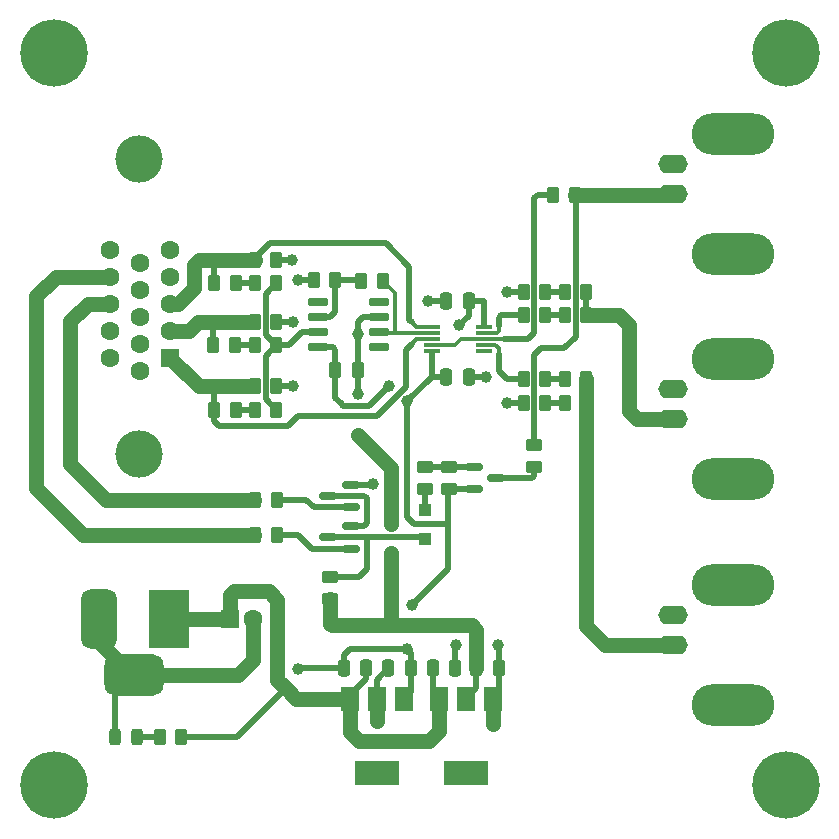
<source format=gtl>
%TF.GenerationSoftware,KiCad,Pcbnew,7.0.2*%
%TF.CreationDate,2023-06-12T01:53:58+02:00*%
%TF.ProjectId,RGB-YPbPr-Converter,5247422d-5950-4625-9072-2d436f6e7665,rev?*%
%TF.SameCoordinates,Original*%
%TF.FileFunction,Copper,L1,Top*%
%TF.FilePolarity,Positive*%
%FSLAX46Y46*%
G04 Gerber Fmt 4.6, Leading zero omitted, Abs format (unit mm)*
G04 Created by KiCad (PCBNEW 7.0.2) date 2023-06-12 01:53:58*
%MOMM*%
%LPD*%
G01*
G04 APERTURE LIST*
G04 Aperture macros list*
%AMRoundRect*
0 Rectangle with rounded corners*
0 $1 Rounding radius*
0 $2 $3 $4 $5 $6 $7 $8 $9 X,Y pos of 4 corners*
0 Add a 4 corners polygon primitive as box body*
4,1,4,$2,$3,$4,$5,$6,$7,$8,$9,$2,$3,0*
0 Add four circle primitives for the rounded corners*
1,1,$1+$1,$2,$3*
1,1,$1+$1,$4,$5*
1,1,$1+$1,$6,$7*
1,1,$1+$1,$8,$9*
0 Add four rect primitives between the rounded corners*
20,1,$1+$1,$2,$3,$4,$5,0*
20,1,$1+$1,$4,$5,$6,$7,0*
20,1,$1+$1,$6,$7,$8,$9,0*
20,1,$1+$1,$8,$9,$2,$3,0*%
G04 Aperture macros list end*
%TA.AperFunction,SMDPad,CuDef*%
%ADD10RoundRect,0.150000X-0.725000X-0.150000X0.725000X-0.150000X0.725000X0.150000X-0.725000X0.150000X0*%
%TD*%
%TA.AperFunction,SMDPad,CuDef*%
%ADD11RoundRect,0.250000X0.450000X-0.262500X0.450000X0.262500X-0.450000X0.262500X-0.450000X-0.262500X0*%
%TD*%
%TA.AperFunction,SMDPad,CuDef*%
%ADD12RoundRect,0.250000X0.262500X0.450000X-0.262500X0.450000X-0.262500X-0.450000X0.262500X-0.450000X0*%
%TD*%
%TA.AperFunction,SMDPad,CuDef*%
%ADD13R,1.400000X0.300000*%
%TD*%
%TA.AperFunction,SMDPad,CuDef*%
%ADD14RoundRect,0.250000X-0.262500X-0.450000X0.262500X-0.450000X0.262500X0.450000X-0.262500X0.450000X0*%
%TD*%
%TA.AperFunction,ComponentPad*%
%ADD15O,2.500000X1.600000*%
%TD*%
%TA.AperFunction,ComponentPad*%
%ADD16O,7.000000X3.500000*%
%TD*%
%TA.AperFunction,ComponentPad*%
%ADD17R,1.600000X1.600000*%
%TD*%
%TA.AperFunction,ComponentPad*%
%ADD18C,1.600000*%
%TD*%
%TA.AperFunction,SMDPad,CuDef*%
%ADD19R,1.000000X1.000000*%
%TD*%
%TA.AperFunction,SMDPad,CuDef*%
%ADD20RoundRect,0.250000X-0.450000X0.262500X-0.450000X-0.262500X0.450000X-0.262500X0.450000X0.262500X0*%
%TD*%
%TA.AperFunction,SMDPad,CuDef*%
%ADD21RoundRect,0.250000X-0.250000X-0.475000X0.250000X-0.475000X0.250000X0.475000X-0.250000X0.475000X0*%
%TD*%
%TA.AperFunction,SMDPad,CuDef*%
%ADD22R,1.500000X2.000000*%
%TD*%
%TA.AperFunction,SMDPad,CuDef*%
%ADD23R,3.800000X2.000000*%
%TD*%
%TA.AperFunction,SMDPad,CuDef*%
%ADD24RoundRect,0.150000X-0.587500X-0.150000X0.587500X-0.150000X0.587500X0.150000X-0.587500X0.150000X0*%
%TD*%
%TA.AperFunction,SMDPad,CuDef*%
%ADD25RoundRect,0.250000X0.250000X0.475000X-0.250000X0.475000X-0.250000X-0.475000X0.250000X-0.475000X0*%
%TD*%
%TA.AperFunction,SMDPad,CuDef*%
%ADD26RoundRect,0.150000X0.587500X0.150000X-0.587500X0.150000X-0.587500X-0.150000X0.587500X-0.150000X0*%
%TD*%
%TA.AperFunction,ComponentPad*%
%ADD27C,5.700000*%
%TD*%
%TA.AperFunction,ComponentPad*%
%ADD28C,4.000000*%
%TD*%
%TA.AperFunction,SMDPad,CuDef*%
%ADD29RoundRect,0.243750X-0.243750X-0.456250X0.243750X-0.456250X0.243750X0.456250X-0.243750X0.456250X0*%
%TD*%
%TA.AperFunction,ComponentPad*%
%ADD30R,3.500000X5.000000*%
%TD*%
%TA.AperFunction,ComponentPad*%
%ADD31RoundRect,0.750000X-0.750000X-1.750000X0.750000X-1.750000X0.750000X1.750000X-0.750000X1.750000X0*%
%TD*%
%TA.AperFunction,ComponentPad*%
%ADD32RoundRect,0.875000X-1.625000X-0.875000X1.625000X-0.875000X1.625000X0.875000X-1.625000X0.875000X0*%
%TD*%
%TA.AperFunction,ViaPad*%
%ADD33C,1.000000*%
%TD*%
%TA.AperFunction,Conductor*%
%ADD34C,0.500000*%
%TD*%
%TA.AperFunction,Conductor*%
%ADD35C,1.300000*%
%TD*%
%TA.AperFunction,Conductor*%
%ADD36C,0.300000*%
%TD*%
G04 APERTURE END LIST*
D10*
%TO.P,U5,1,NULL_2*%
%TO.N,unconnected-(U5-NULL_2-Pad1)*%
X126375000Y-125095000D03*
%TO.P,U5,2,-IN*%
%TO.N,/FB*%
X126375000Y-126365000D03*
%TO.P,U5,3,+IN*%
%TO.N,/YSUM*%
X126375000Y-127635000D03*
%TO.P,U5,4,-VS*%
%TO.N,-5V*%
X126375000Y-128905000D03*
%TO.P,U5,5,NC*%
%TO.N,unconnected-(U5-NC-Pad5)*%
X131525000Y-128905000D03*
%TO.P,U5,6,OUT*%
%TO.N,/YAMP*%
X131525000Y-127635000D03*
%TO.P,U5,7,+VS*%
%TO.N,+5V*%
X131525000Y-126365000D03*
%TO.P,U5,8,NULL*%
%TO.N,unconnected-(U5-NULL-Pad8)*%
X131525000Y-125095000D03*
%TD*%
D11*
%TO.P,R20,1*%
%TO.N,Net-(Q3-C)*%
X144700000Y-139012500D03*
%TO.P,R20,2*%
%TO.N,/Y*%
X144700000Y-137187500D03*
%TD*%
D12*
%TO.P,R28,1*%
%TO.N,Net-(R27-Pad2)*%
X145612500Y-124200000D03*
%TO.P,R28,2*%
%TO.N,GND*%
X143787500Y-124200000D03*
%TD*%
D13*
%TO.P,U4,1,IN1*%
%TO.N,/B*%
X136000000Y-127200000D03*
%TO.P,U4,2,IN2*%
%TO.N,/YAMP*%
X136000000Y-127700000D03*
%TO.P,U4,3,IN3*%
%TO.N,/R*%
X136000000Y-128200000D03*
%TO.P,U4,4,GND*%
%TO.N,/Y_OUT*%
X136000000Y-128700000D03*
%TO.P,U4,5,VEE*%
%TO.N,-5V*%
X136000000Y-129200000D03*
%TO.P,U4,6*%
%TO.N,N/C*%
X140400000Y-129200000D03*
%TO.P,U4,7,OUT3*%
%TO.N,/Pr_OUT*%
X140400000Y-128700000D03*
%TO.P,U4,8,OUT2*%
%TO.N,/Y_OUT*%
X140400000Y-128200000D03*
%TO.P,U4,9,OUT1*%
%TO.N,/Pb_OUT*%
X140400000Y-127700000D03*
%TO.P,U4,10,VCC*%
%TO.N,+5V*%
X140400000Y-127200000D03*
%TD*%
D11*
%TO.P,R15,1*%
%TO.N,Net-(D2-A)*%
X135400000Y-140912500D03*
%TO.P,R15,2*%
%TO.N,Net-(Q3-B)*%
X135400000Y-139087500D03*
%TD*%
D14*
%TO.P,R10,1*%
%TO.N,/G*%
X117520195Y-128750000D03*
%TO.P,R10,2*%
%TO.N,Net-(R10-Pad2)*%
X119345195Y-128750000D03*
%TD*%
%TO.P,R4,1*%
%TO.N,/V_SYNC*%
X121087500Y-144797257D03*
%TO.P,R4,2*%
%TO.N,/V_R*%
X122912500Y-144797257D03*
%TD*%
%TO.P,R9,1*%
%TO.N,/R*%
X117587500Y-134221951D03*
%TO.P,R9,2*%
%TO.N,Net-(R12-Pad1)*%
X119412500Y-134221951D03*
%TD*%
D15*
%TO.P,J3,1,In*%
%TO.N,/Pb*%
X156410997Y-135000000D03*
D16*
%TO.P,J3,2,Ext*%
%TO.N,GND*%
X161490997Y-129920000D03*
D15*
X156410997Y-132460000D03*
D16*
X161490997Y-140080000D03*
%TD*%
D17*
%TO.P,C1,1*%
%TO.N,/VIN*%
X118900000Y-151950000D03*
D18*
%TO.P,C1,2*%
%TO.N,-5V*%
X120900000Y-151950000D03*
%TD*%
D14*
%TO.P,R25,1*%
%TO.N,Net-(R21-Pad2)*%
X147287500Y-126200000D03*
%TO.P,R25,2*%
%TO.N,/Pb*%
X149112500Y-126200000D03*
%TD*%
D19*
%TO.P,D2,1,K*%
%TO.N,Net-(D2-K)*%
X135400000Y-145150000D03*
%TO.P,D2,2,A*%
%TO.N,Net-(D2-A)*%
X135400000Y-142650000D03*
%TD*%
D20*
%TO.P,R17,1*%
%TO.N,Net-(Q3-B)*%
X137500000Y-139087500D03*
%TO.P,R17,2*%
%TO.N,-5V*%
X137500000Y-140912500D03*
%TD*%
D15*
%TO.P,J5,1,In*%
%TO.N,/Pr*%
X156410997Y-154080000D03*
D16*
%TO.P,J5,2,Ext*%
%TO.N,GND*%
X161490997Y-149000000D03*
D15*
X156410997Y-151540000D03*
D16*
X161490997Y-159160000D03*
%TD*%
D14*
%TO.P,R16,1*%
%TO.N,GND*%
X126037500Y-123250000D03*
%TO.P,R16,2*%
%TO.N,/FB*%
X127862500Y-123250000D03*
%TD*%
D21*
%TO.P,C4,1*%
%TO.N,+5V*%
X139800000Y-156100000D03*
%TO.P,C4,2*%
%TO.N,GND*%
X141700000Y-156100000D03*
%TD*%
D22*
%TO.P,U1,1,GND*%
%TO.N,-5V*%
X133692267Y-158650000D03*
%TO.P,U1,2,VO*%
%TO.N,GND*%
X131392267Y-158650000D03*
%TO.P,U1,3,VI*%
%TO.N,/VIN*%
X129092267Y-158650000D03*
D23*
%TO.P,U1,4*%
%TO.N,N/C*%
X131392267Y-164950000D03*
%TD*%
D14*
%TO.P,R23,1*%
%TO.N,/Pr_OUT*%
X143787500Y-131600000D03*
%TO.P,R23,2*%
%TO.N,Net-(R23-Pad2)*%
X145612500Y-131600000D03*
%TD*%
%TO.P,R7,1*%
%TO.N,/R*%
X121031250Y-132228201D03*
%TO.P,R7,2*%
%TO.N,GND*%
X122856250Y-132228201D03*
%TD*%
D24*
%TO.P,Q3,1,B*%
%TO.N,Net-(Q3-B)*%
X139562500Y-139050000D03*
%TO.P,Q3,2,E*%
%TO.N,-5V*%
X139562500Y-140950000D03*
%TO.P,Q3,3,C*%
%TO.N,Net-(Q3-C)*%
X141437500Y-140000000D03*
%TD*%
D14*
%TO.P,R22,1*%
%TO.N,/Y_OUT*%
X146287500Y-116000000D03*
%TO.P,R22,2*%
%TO.N,/Y*%
X148112500Y-116000000D03*
%TD*%
D25*
%TO.P,C9,1*%
%TO.N,GND*%
X139150000Y-131400000D03*
%TO.P,C9,2*%
%TO.N,-5V*%
X137250000Y-131400000D03*
%TD*%
D14*
%TO.P,R24,1*%
%TO.N,Net-(D3-A)*%
X112987500Y-161900000D03*
%TO.P,R24,2*%
%TO.N,/VIN*%
X114812500Y-161900000D03*
%TD*%
D26*
%TO.P,Q2,1,B*%
%TO.N,/H_R*%
X129137500Y-142450000D03*
%TO.P,Q2,2,E*%
%TO.N,GND*%
X129137500Y-140550000D03*
%TO.P,Q2,3,C*%
%TO.N,Net-(Q1-E)*%
X127262500Y-141500000D03*
%TD*%
D22*
%TO.P,U2,1,GND*%
%TO.N,GND*%
X141200000Y-158650000D03*
%TO.P,U2,2,VO*%
%TO.N,+5V*%
X138900000Y-158650000D03*
%TO.P,U2,3,VI*%
%TO.N,/VIN*%
X136600000Y-158650000D03*
D23*
%TO.P,U2,4*%
%TO.N,N/C*%
X138900000Y-164950000D03*
%TD*%
D21*
%TO.P,C6,1*%
%TO.N,/VIN*%
X136100000Y-156100000D03*
%TO.P,C6,2*%
%TO.N,GND*%
X138000000Y-156100000D03*
%TD*%
D14*
%TO.P,R5,1*%
%TO.N,/H_SYNC*%
X121087500Y-141800000D03*
%TO.P,R5,2*%
%TO.N,/H_R*%
X122912500Y-141800000D03*
%TD*%
D27*
%TO.P,H2,1,1*%
%TO.N,GND*%
X166000000Y-104000000D03*
%TD*%
D28*
%TO.P,J2,0*%
%TO.N,GND*%
X111245331Y-112985000D03*
X111245331Y-137985000D03*
D17*
%TO.P,J2,1*%
%TO.N,/R*%
X113855331Y-129800000D03*
D18*
%TO.P,J2,2*%
%TO.N,/G*%
X113855331Y-127510000D03*
%TO.P,J2,3*%
%TO.N,/B*%
X113855331Y-125220000D03*
%TO.P,J2,4*%
%TO.N,unconnected-(J2-Pad4)*%
X113855331Y-122930000D03*
%TO.P,J2,5*%
%TO.N,GND*%
X113855331Y-120640000D03*
%TO.P,J2,6*%
X111315331Y-130945000D03*
%TO.P,J2,7*%
X111315331Y-128655000D03*
%TO.P,J2,8*%
X111315331Y-126365000D03*
%TO.P,J2,9*%
%TO.N,unconnected-(J2-Pad9)*%
X111315331Y-124075000D03*
%TO.P,J2,10*%
%TO.N,GND*%
X111315331Y-121785000D03*
%TO.P,J2,11*%
%TO.N,unconnected-(J2-Pad11)*%
X108775331Y-129800000D03*
%TO.P,J2,12*%
%TO.N,unconnected-(J2-Pad12)*%
X108775331Y-127510000D03*
%TO.P,J2,13*%
%TO.N,/H_SYNC*%
X108775331Y-125220000D03*
%TO.P,J2,14*%
%TO.N,/V_SYNC*%
X108775331Y-122930000D03*
%TO.P,J2,15*%
%TO.N,unconnected-(J2-Pad15)*%
X108775331Y-120640000D03*
%TD*%
D27*
%TO.P,H1,1,1*%
%TO.N,GND*%
X104000000Y-104000000D03*
%TD*%
D12*
%TO.P,R27,1*%
%TO.N,/Pb*%
X149112500Y-124200000D03*
%TO.P,R27,2*%
%TO.N,Net-(R27-Pad2)*%
X147287500Y-124200000D03*
%TD*%
D21*
%TO.P,C3,1*%
%TO.N,GND*%
X132342267Y-156100000D03*
%TO.P,C3,2*%
%TO.N,-5V*%
X134242267Y-156100000D03*
%TD*%
D12*
%TO.P,R29,1*%
%TO.N,/Pr*%
X149112500Y-133600000D03*
%TO.P,R29,2*%
%TO.N,Net-(R29-Pad2)*%
X147287500Y-133600000D03*
%TD*%
D14*
%TO.P,R19,1*%
%TO.N,/FB*%
X130037500Y-123300000D03*
%TO.P,R19,2*%
%TO.N,/YAMP*%
X131862500Y-123300000D03*
%TD*%
D25*
%TO.P,C8,1*%
%TO.N,+5V*%
X139150000Y-125000000D03*
%TO.P,C8,2*%
%TO.N,GND*%
X137250000Y-125000000D03*
%TD*%
D12*
%TO.P,R30,1*%
%TO.N,Net-(R29-Pad2)*%
X145612500Y-133600000D03*
%TO.P,R30,2*%
%TO.N,GND*%
X143787500Y-133600000D03*
%TD*%
D14*
%TO.P,R11,1*%
%TO.N,/B*%
X117587500Y-123502003D03*
%TO.P,R11,2*%
%TO.N,Net-(R11-Pad2)*%
X119412500Y-123502003D03*
%TD*%
%TO.P,R6,1*%
%TO.N,/G*%
X121031250Y-126756250D03*
%TO.P,R6,2*%
%TO.N,GND*%
X122856250Y-126756250D03*
%TD*%
D29*
%TO.P,D3,1,K*%
%TO.N,-5V*%
X109162500Y-161900000D03*
%TO.P,D3,2,A*%
%TO.N,Net-(D3-A)*%
X111037500Y-161900000D03*
%TD*%
D26*
%TO.P,Q1,1,B*%
%TO.N,/V_R*%
X129137500Y-145950000D03*
%TO.P,Q1,2,E*%
%TO.N,Net-(Q1-E)*%
X129137500Y-144050000D03*
%TO.P,Q1,3,C*%
%TO.N,Net-(D2-K)*%
X127262500Y-145000000D03*
%TD*%
D14*
%TO.P,R13,1*%
%TO.N,Net-(R10-Pad2)*%
X121037500Y-128750000D03*
%TO.P,R13,2*%
%TO.N,/YSUM*%
X122862500Y-128750000D03*
%TD*%
%TO.P,R21,1*%
%TO.N,/Pb_OUT*%
X143787500Y-126200000D03*
%TO.P,R21,2*%
%TO.N,Net-(R21-Pad2)*%
X145612500Y-126200000D03*
%TD*%
%TO.P,R26,1*%
%TO.N,Net-(R23-Pad2)*%
X147287500Y-131600000D03*
%TO.P,R26,2*%
%TO.N,/Pr*%
X149112500Y-131600000D03*
%TD*%
%TO.P,R12,1*%
%TO.N,Net-(R12-Pad1)*%
X121037500Y-134221951D03*
%TO.P,R12,2*%
%TO.N,/YSUM*%
X122862500Y-134221951D03*
%TD*%
D25*
%TO.P,C5,1*%
%TO.N,+5V*%
X129750000Y-130800000D03*
%TO.P,C5,2*%
%TO.N,-5V*%
X127850000Y-130800000D03*
%TD*%
D27*
%TO.P,H4,1,1*%
%TO.N,GND*%
X166000000Y-166000000D03*
%TD*%
D14*
%TO.P,R14,1*%
%TO.N,Net-(R11-Pad2)*%
X121037500Y-123500000D03*
%TO.P,R14,2*%
%TO.N,/YSUM*%
X122862500Y-123500000D03*
%TD*%
%TO.P,R3,1*%
%TO.N,/B*%
X121031250Y-121506250D03*
%TO.P,R3,2*%
%TO.N,GND*%
X122856250Y-121506250D03*
%TD*%
D27*
%TO.P,H3,1,1*%
%TO.N,GND*%
X104000000Y-166000000D03*
%TD*%
D25*
%TO.P,C2,1*%
%TO.N,/VIN*%
X130442267Y-156100000D03*
%TO.P,C2,2*%
%TO.N,-5V*%
X128542267Y-156100000D03*
%TD*%
D30*
%TO.P,J1,1*%
%TO.N,/VIN*%
X113800000Y-151940691D03*
D31*
%TO.P,J1,2*%
%TO.N,-5V*%
X107800000Y-151940691D03*
D32*
%TO.P,J1,3*%
X110800000Y-156640691D03*
%TD*%
D11*
%TO.P,R8,1*%
%TO.N,+5V*%
X127400000Y-150212500D03*
%TO.P,R8,2*%
%TO.N,Net-(D2-K)*%
X127400000Y-148387500D03*
%TD*%
D15*
%TO.P,J4,1,In*%
%TO.N,/Y*%
X156410997Y-115950000D03*
D16*
%TO.P,J4,2,Ext*%
%TO.N,GND*%
X161490997Y-110870000D03*
D15*
X156410997Y-113410000D03*
D16*
X161490997Y-121030000D03*
%TD*%
D33*
%TO.N,GND*%
X124300000Y-132200000D03*
%TO.N,+5V*%
X138350000Y-127050000D03*
X129800000Y-127750000D03*
%TO.N,-5V*%
X134300000Y-150750000D03*
X133900000Y-154450000D03*
X120900000Y-155350000D03*
X124650000Y-156150000D03*
%TO.N,GND*%
X141600000Y-154150000D03*
%TO.N,+5V*%
X132600000Y-143900000D03*
X132600000Y-146350000D03*
%TO.N,GND*%
X138050000Y-154150000D03*
X131400000Y-160550000D03*
X141200000Y-160800000D03*
%TO.N,-5V*%
X132400000Y-132150000D03*
X133900000Y-133500000D03*
%TO.N,+5V*%
X129800000Y-136300000D03*
X129750000Y-132850000D03*
%TO.N,GND*%
X124700000Y-123200000D03*
X140600000Y-131400000D03*
X142400000Y-124200000D03*
X135700000Y-125000000D03*
X142400000Y-133600000D03*
X124243750Y-126756250D03*
X131000000Y-140500000D03*
X124200000Y-121500000D03*
%TD*%
D34*
%TO.N,GND*%
X124300000Y-132206402D02*
X124300000Y-132200000D01*
X124278201Y-132228201D02*
X124300000Y-132206402D01*
%TO.N,+5V*%
X129750000Y-127800000D02*
X129750000Y-130800000D01*
X129800000Y-127750000D02*
X129800000Y-126750000D01*
X129800000Y-127750000D02*
X129750000Y-127800000D01*
X129800000Y-126750000D02*
X130185000Y-126365000D01*
X130185000Y-126365000D02*
X131525000Y-126365000D01*
X139150000Y-126250000D02*
X138350000Y-127050000D01*
X139150000Y-125000000D02*
X139150000Y-126250000D01*
%TO.N,-5V*%
X137500000Y-140912500D02*
X137400000Y-141012500D01*
X137400000Y-141012500D02*
X137400000Y-143900000D01*
X137400000Y-147650000D02*
X137400000Y-143900000D01*
X134300000Y-150750000D02*
X137400000Y-147650000D01*
X124700000Y-156100000D02*
X124650000Y-156150000D01*
X128542267Y-156100000D02*
X124700000Y-156100000D01*
%TO.N,/VIN*%
X119550000Y-161900000D02*
X123650000Y-157800000D01*
X114812500Y-161900000D02*
X119550000Y-161900000D01*
D35*
X123650000Y-157800000D02*
X124500000Y-158650000D01*
X122950000Y-157100000D02*
X123650000Y-157800000D01*
X124500000Y-158650000D02*
X129092267Y-158650000D01*
X122950000Y-150300000D02*
X122950000Y-157100000D01*
X122200000Y-149550000D02*
X122950000Y-150300000D01*
X119250000Y-149550000D02*
X122200000Y-149550000D01*
X118900000Y-149900000D02*
X119250000Y-149550000D01*
X118900000Y-151950000D02*
X118900000Y-149900000D01*
D34*
%TO.N,-5V*%
X128542267Y-154957733D02*
X128542267Y-156100000D01*
X129050000Y-154450000D02*
X128542267Y-154957733D01*
X134242267Y-154792267D02*
X133900000Y-154450000D01*
X134242267Y-156100000D02*
X134242267Y-154792267D01*
X133900000Y-154450000D02*
X129050000Y-154450000D01*
%TO.N,GND*%
X141700000Y-154250000D02*
X141600000Y-154150000D01*
X141700000Y-156100000D02*
X141700000Y-154250000D01*
D35*
%TO.N,/VIN*%
X136600000Y-161400000D02*
X136600000Y-158650000D01*
X129850000Y-162250000D02*
X135750000Y-162250000D01*
X135750000Y-162250000D02*
X136600000Y-161400000D01*
X129092267Y-161492267D02*
X129850000Y-162250000D01*
X129092267Y-158650000D02*
X129092267Y-161492267D01*
%TO.N,+5V*%
X132600000Y-139100000D02*
X132600000Y-143900000D01*
X129800000Y-136300000D02*
X132600000Y-139100000D01*
X132600000Y-152450000D02*
X132600000Y-146350000D01*
X132600000Y-152450000D02*
X127550000Y-152450000D01*
X139400000Y-152450000D02*
X132600000Y-152450000D01*
X127550000Y-152450000D02*
X127400000Y-152300000D01*
X127400000Y-152300000D02*
X127400000Y-150212500D01*
X139800000Y-152850000D02*
X139400000Y-152450000D01*
X139800000Y-156100000D02*
X139800000Y-152850000D01*
D34*
%TO.N,GND*%
X138000000Y-154200000D02*
X138050000Y-154150000D01*
X138000000Y-156100000D02*
X138000000Y-154200000D01*
D35*
X131392267Y-160542267D02*
X131400000Y-160550000D01*
X131392267Y-158650000D02*
X131392267Y-160542267D01*
X141200000Y-158650000D02*
X141200000Y-160800000D01*
D36*
%TO.N,/YAMP*%
X132900000Y-127700000D02*
X132900000Y-124337500D01*
X132900000Y-124337500D02*
X131862500Y-123300000D01*
D34*
%TO.N,/B*%
X121031250Y-121368750D02*
X121031250Y-121506250D01*
X132100000Y-120100000D02*
X122300000Y-120100000D01*
X134100000Y-126600000D02*
X134100000Y-122100000D01*
X134100000Y-122100000D02*
X132100000Y-120100000D01*
X122300000Y-120100000D02*
X121031250Y-121368750D01*
X134300000Y-126800000D02*
X134100000Y-126600000D01*
%TO.N,+5V*%
X129750000Y-130800000D02*
X129750000Y-132850000D01*
%TO.N,-5V*%
X130700000Y-133850000D02*
X132400000Y-132150000D01*
X128300000Y-133650000D02*
X128500000Y-133850000D01*
X127850000Y-133200000D02*
X128300000Y-133650000D01*
X128500000Y-133850000D02*
X130150000Y-133850000D01*
X127850000Y-130800000D02*
X127850000Y-133200000D01*
X130150000Y-133850000D02*
X130700000Y-133850000D01*
%TO.N,/R*%
X118000000Y-135550000D02*
X117587500Y-135137500D01*
X123800000Y-135550000D02*
X118000000Y-135550000D01*
X133800000Y-132250000D02*
X131350000Y-134700000D01*
X124650000Y-134700000D02*
X123800000Y-135550000D01*
X134300000Y-128600000D02*
X133800000Y-129100000D01*
X133800000Y-129100000D02*
X133800000Y-132250000D01*
X131350000Y-134700000D02*
X124650000Y-134700000D01*
X117587500Y-135137500D02*
X117587500Y-134221951D01*
%TO.N,-5V*%
X134500000Y-143900000D02*
X137400000Y-143900000D01*
%TO.N,GND*%
X141700000Y-158150000D02*
X141200000Y-158650000D01*
X141700000Y-156100000D02*
X141700000Y-158150000D01*
%TO.N,+5V*%
X139800000Y-157750000D02*
X138900000Y-158650000D01*
X139800000Y-156100000D02*
X139800000Y-157750000D01*
%TO.N,/VIN*%
X136100000Y-158150000D02*
X136600000Y-158650000D01*
X136100000Y-156100000D02*
X136100000Y-158150000D01*
X129092267Y-158357733D02*
X129092267Y-158650000D01*
X130442267Y-157007733D02*
X129092267Y-158357733D01*
X130442267Y-156100000D02*
X130442267Y-157007733D01*
%TO.N,-5V*%
X133692267Y-158650000D02*
X134242267Y-158100000D01*
X134242267Y-158100000D02*
X134242267Y-156100000D01*
D35*
X107800000Y-153900000D02*
X107800000Y-151940691D01*
X110540691Y-156640691D02*
X107800000Y-153900000D01*
X110800000Y-156640691D02*
X110540691Y-156640691D01*
X119609309Y-156640691D02*
X120900000Y-155350000D01*
X110800000Y-156640691D02*
X119609309Y-156640691D01*
X120900000Y-155350000D02*
X120900000Y-151950000D01*
%TO.N,/VIN*%
X113809309Y-151950000D02*
X113800000Y-151940691D01*
X118900000Y-151950000D02*
X113809309Y-151950000D01*
%TO.N,-5V*%
X107800000Y-151940691D02*
X107800000Y-153640691D01*
D34*
X109162500Y-161900000D02*
X109162500Y-158278191D01*
X109162500Y-158278191D02*
X110800000Y-156640691D01*
%TO.N,GND*%
X124278201Y-132228201D02*
X122856250Y-132228201D01*
X124750000Y-123250000D02*
X124700000Y-123200000D01*
X126037500Y-123250000D02*
X124750000Y-123250000D01*
D36*
%TO.N,/YAMP*%
X132900000Y-127700000D02*
X131590000Y-127700000D01*
X136000000Y-127700000D02*
X132900000Y-127700000D01*
D34*
%TO.N,/FB*%
X129987500Y-123250000D02*
X130037500Y-123300000D01*
X127862500Y-123250000D02*
X129987500Y-123250000D01*
X127862500Y-125937500D02*
X127862500Y-123250000D01*
X127435000Y-126365000D02*
X127862500Y-125937500D01*
X126375000Y-126365000D02*
X127435000Y-126365000D01*
D36*
%TO.N,/YAMP*%
X131590000Y-127700000D02*
X131525000Y-127635000D01*
D34*
%TO.N,-5V*%
X127850000Y-129100000D02*
X127850000Y-130800000D01*
X127655000Y-128905000D02*
X127850000Y-129100000D01*
X126375000Y-128905000D02*
X127655000Y-128905000D01*
%TO.N,/YSUM*%
X123950000Y-128750000D02*
X125065000Y-127635000D01*
X125065000Y-127635000D02*
X126375000Y-127635000D01*
X122862500Y-128750000D02*
X123950000Y-128750000D01*
%TO.N,GND*%
X131392267Y-157050000D02*
X132342267Y-156100000D01*
%TO.N,+5V*%
X140400000Y-125000000D02*
X139150000Y-125000000D01*
X140400000Y-125000000D02*
X140400000Y-127100489D01*
%TO.N,GND*%
X131392267Y-158650000D02*
X131392267Y-157050000D01*
X129137500Y-140550000D02*
X130950000Y-140550000D01*
X130950000Y-140550000D02*
X131000000Y-140500000D01*
X124193750Y-121506250D02*
X124200000Y-121500000D01*
X137250000Y-125000000D02*
X135700000Y-125000000D01*
X143787500Y-124200000D02*
X142400000Y-124200000D01*
X122856250Y-126756250D02*
X124243750Y-126756250D01*
X143787500Y-133600000D02*
X142400000Y-133600000D01*
X139150000Y-131400000D02*
X140600000Y-131400000D01*
X122856250Y-121506250D02*
X124193750Y-121506250D01*
%TO.N,-5V*%
X133900000Y-143300000D02*
X133900000Y-133500000D01*
X139562500Y-140950000D02*
X137537500Y-140950000D01*
X137250000Y-131400000D02*
X136000000Y-131400000D01*
X133900000Y-133500000D02*
X136000000Y-131400000D01*
X137537500Y-140950000D02*
X137500000Y-140912500D01*
X136000000Y-131400000D02*
X136000000Y-129300000D01*
X134500000Y-143900000D02*
X133900000Y-143300000D01*
D35*
%TO.N,/Pr*%
X149112500Y-152512500D02*
X150680000Y-154080000D01*
X149112500Y-133600000D02*
X149112500Y-152512500D01*
X149112500Y-131600000D02*
X149112500Y-133600000D01*
X150680000Y-154080000D02*
X156410997Y-154080000D01*
D34*
%TO.N,/Y*%
X144700000Y-129600000D02*
X145300000Y-129000000D01*
X148200000Y-116087500D02*
X148112500Y-116000000D01*
X144700000Y-137187500D02*
X144700000Y-129600000D01*
D35*
X148112500Y-116000000D02*
X156360997Y-116000000D01*
X156360997Y-116000000D02*
X156410997Y-115950000D01*
D34*
X147200000Y-129000000D02*
X148200000Y-128000000D01*
X145300000Y-129000000D02*
X147200000Y-129000000D01*
X148200000Y-128000000D02*
X148200000Y-116087500D01*
D35*
%TO.N,/B*%
X113855331Y-125220000D02*
X114530000Y-125220000D01*
D34*
X117587500Y-123502003D02*
X117587500Y-121612500D01*
D35*
X116343750Y-121506250D02*
X117693750Y-121506250D01*
X117693750Y-121506250D02*
X121031250Y-121506250D01*
X115900000Y-123850000D02*
X115900000Y-121950000D01*
X115900000Y-121950000D02*
X116343750Y-121506250D01*
D36*
X134700000Y-127200000D02*
X136000000Y-127200000D01*
D35*
X114530000Y-125220000D02*
X115900000Y-123850000D01*
D36*
X134300000Y-126800000D02*
X134700000Y-127200000D01*
D34*
X117587500Y-121612500D02*
X117693750Y-121506250D01*
%TO.N,/G*%
X117520195Y-127070195D02*
X117206250Y-126756250D01*
X117520195Y-128750000D02*
X117520195Y-127070195D01*
D35*
X120893750Y-126756250D02*
X117206250Y-126756250D01*
X116243750Y-126756250D02*
X115490000Y-127510000D01*
X115490000Y-127510000D02*
X113855331Y-127510000D01*
X117206250Y-126756250D02*
X116243750Y-126756250D01*
D34*
%TO.N,/R*%
X117587500Y-134221951D02*
X117587500Y-132484451D01*
X117587500Y-132484451D02*
X117843750Y-132228201D01*
D36*
X134700000Y-128200000D02*
X134300000Y-128600000D01*
D35*
X117843750Y-132228201D02*
X116283532Y-132228201D01*
D36*
X136000000Y-128200000D02*
X134700000Y-128200000D01*
D35*
X117843750Y-132228201D02*
X120893750Y-132228201D01*
X116283532Y-132228201D02*
X113855331Y-129800000D01*
%TO.N,/Pb*%
X151900000Y-126200000D02*
X149250000Y-126200000D01*
D34*
X149112500Y-124200000D02*
X149112500Y-126200000D01*
D35*
X156410997Y-135000000D02*
X153400000Y-135000000D01*
X152700000Y-134300000D02*
X152700000Y-127000000D01*
X153400000Y-135000000D02*
X152700000Y-134300000D01*
X152700000Y-127000000D02*
X151900000Y-126200000D01*
D34*
%TO.N,Net-(D2-K)*%
X135250000Y-145000000D02*
X135400000Y-145150000D01*
X130500000Y-145000000D02*
X135250000Y-145000000D01*
X129812500Y-148387500D02*
X130500000Y-147700000D01*
X127262500Y-145000000D02*
X130500000Y-145000000D01*
X130500000Y-147700000D02*
X130500000Y-145000000D01*
X127400000Y-148387500D02*
X129812500Y-148387500D01*
%TO.N,Net-(D2-A)*%
X135400000Y-142650000D02*
X135400000Y-140912500D01*
%TO.N,/YSUM*%
X121943750Y-129668750D02*
X122862500Y-128750000D01*
X122862500Y-134221951D02*
X121943750Y-133303201D01*
X121943750Y-127831250D02*
X121943750Y-124418750D01*
X122862500Y-128750000D02*
X121943750Y-127831250D01*
X121943750Y-124418750D02*
X122862500Y-123500000D01*
X121943750Y-133303201D02*
X121943750Y-129668750D01*
D36*
%TO.N,/Pr_OUT*%
X141700000Y-129000000D02*
X141400000Y-128700000D01*
D34*
X141700000Y-129500000D02*
X141700000Y-130900000D01*
X141700000Y-130900000D02*
X142400000Y-131600000D01*
X142400000Y-131600000D02*
X143787500Y-131600000D01*
D36*
X141700000Y-129500000D02*
X141700000Y-129000000D01*
X141400000Y-128700000D02*
X140400000Y-128700000D01*
%TO.N,/Y_OUT*%
X140400000Y-128200000D02*
X142100000Y-128200000D01*
D34*
X144200000Y-128200000D02*
X144700000Y-127700000D01*
D36*
X138500000Y-128200000D02*
X140400000Y-128200000D01*
D34*
X145000000Y-116000000D02*
X146287500Y-116000000D01*
X142100000Y-128200000D02*
X144200000Y-128200000D01*
X144700000Y-127700000D02*
X144700000Y-116300000D01*
D36*
X136000000Y-128700000D02*
X138000000Y-128700000D01*
X138000000Y-128700000D02*
X138500000Y-128200000D01*
D34*
X144700000Y-116300000D02*
X145000000Y-116000000D01*
%TO.N,/Pb_OUT*%
X141700000Y-126400000D02*
X141700000Y-127100000D01*
D36*
X141400000Y-127700000D02*
X141500000Y-127700000D01*
D34*
X141900000Y-126200000D02*
X141700000Y-126400000D01*
D36*
X140400000Y-127700000D02*
X141400000Y-127700000D01*
X141700000Y-127500000D02*
X141700000Y-127100000D01*
D34*
X143787500Y-126200000D02*
X141900000Y-126200000D01*
D36*
X141500000Y-127700000D02*
X141700000Y-127500000D01*
D35*
%TO.N,/H_SYNC*%
X108400000Y-141800000D02*
X120950000Y-141800000D01*
X106880000Y-125220000D02*
X105400000Y-126700000D01*
X105400000Y-138800000D02*
X108400000Y-141800000D01*
X108775331Y-125220000D02*
X106880000Y-125220000D01*
X105400000Y-126700000D02*
X105400000Y-138800000D01*
%TO.N,/V_SYNC*%
X102500000Y-140800000D02*
X102500000Y-124600000D01*
X106497257Y-144797257D02*
X102500000Y-140800000D01*
X106497257Y-144797257D02*
X120937500Y-144797257D01*
X104170000Y-122930000D02*
X108775331Y-122930000D01*
X102500000Y-124600000D02*
X104170000Y-122930000D01*
D34*
%TO.N,/H_R*%
X129137500Y-142450000D02*
X126050000Y-142450000D01*
X126050000Y-142450000D02*
X125400000Y-141800000D01*
X125400000Y-141800000D02*
X122912500Y-141800000D01*
%TO.N,/V_R*%
X124697257Y-144797257D02*
X122912500Y-144797257D01*
X129137500Y-145950000D02*
X125850000Y-145950000D01*
X125850000Y-145950000D02*
X124697257Y-144797257D01*
%TO.N,Net-(D3-A)*%
X112987500Y-161900000D02*
X111037500Y-161900000D01*
%TO.N,Net-(Q1-E)*%
X130300000Y-141500000D02*
X127262500Y-141500000D01*
X130500000Y-141700000D02*
X130300000Y-141500000D01*
X130500000Y-143800000D02*
X130500000Y-141700000D01*
X130250000Y-144050000D02*
X130500000Y-143800000D01*
X129137500Y-144050000D02*
X130250000Y-144050000D01*
%TO.N,Net-(Q3-B)*%
X139562500Y-139050000D02*
X137537500Y-139050000D01*
X137537500Y-139050000D02*
X137500000Y-139087500D01*
X135400000Y-139087500D02*
X137500000Y-139087500D01*
%TO.N,Net-(Q3-C)*%
X141437500Y-140000000D02*
X144500000Y-140000000D01*
X144700000Y-139800000D02*
X144700000Y-139012500D01*
X144500000Y-140000000D02*
X144700000Y-139800000D01*
%TO.N,Net-(R12-Pad1)*%
X119412500Y-134221951D02*
X121037500Y-134221951D01*
%TO.N,Net-(R10-Pad2)*%
X119345195Y-128750000D02*
X121037500Y-128750000D01*
%TO.N,Net-(R11-Pad2)*%
X119412500Y-123502003D02*
X121035497Y-123502003D01*
X121035497Y-123502003D02*
X121037500Y-123500000D01*
%TO.N,Net-(R21-Pad2)*%
X145612500Y-126200000D02*
X147287500Y-126200000D01*
%TO.N,Net-(R23-Pad2)*%
X145612500Y-131600000D02*
X147287500Y-131600000D01*
%TO.N,Net-(R27-Pad2)*%
X147287500Y-124200000D02*
X145612500Y-124200000D01*
%TO.N,Net-(R29-Pad2)*%
X147287500Y-133600000D02*
X145612500Y-133600000D01*
%TD*%
M02*

</source>
